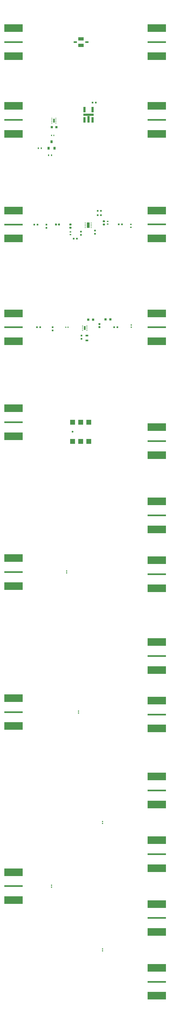
<source format=gtp>
G04 #@! TF.GenerationSoftware,KiCad,Pcbnew,(5.0.1)-4*
G04 #@! TF.CreationDate,2019-06-26T10:02:50-07:00*
G04 #@! TF.ProjectId,Mixed_circuit,4D697865645F636972637569742E6B69,rev?*
G04 #@! TF.SameCoordinates,Original*
G04 #@! TF.FileFunction,Paste,Top*
G04 #@! TF.FilePolarity,Positive*
%FSLAX46Y46*%
G04 Gerber Fmt 4.6, Leading zero omitted, Abs format (unit mm)*
G04 Created by KiCad (PCBNEW (5.0.1)-4) date 6/26/2019 10:02:50 AM*
%MOMM*%
%LPD*%
G01*
G04 APERTURE LIST*
%ADD10R,0.600000X1.200000*%
%ADD11R,0.350000X0.250000*%
%ADD12R,0.900000X1.700000*%
%ADD13R,0.450000X0.250000*%
%ADD14R,5.840000X2.415000*%
%ADD15R,5.840000X0.600000*%
%ADD16R,0.600000X0.500000*%
%ADD17R,0.500000X0.600000*%
%ADD18R,0.800000X0.750000*%
%ADD19C,0.200000*%
%ADD20C,0.318000*%
%ADD21C,0.590000*%
%ADD22R,0.400000X0.600000*%
%ADD23R,0.600000X0.400000*%
%ADD24R,0.900000X0.500000*%
%ADD25R,0.800000X0.900000*%
%ADD26R,0.790000X1.680000*%
%ADD27R,3.330000X0.690000*%
%ADD28R,0.690000X2.110000*%
%ADD29C,0.600000*%
%ADD30R,1.750000X0.990000*%
%ADD31R,0.990000X0.610000*%
%ADD32R,1.520000X1.650000*%
%ADD33R,0.300000X0.400000*%
G04 APERTURE END LIST*
D10*
G04 #@! TO.C,U3*
X32700000Y-56950000D03*
D11*
X33375000Y-56200000D03*
X33375000Y-56700000D03*
X33375000Y-57200000D03*
X33375000Y-57700000D03*
X32025000Y-57700000D03*
X32025000Y-57200000D03*
X32025000Y-56700000D03*
X32025000Y-56200000D03*
G04 #@! TD*
D12*
G04 #@! TO.C,U4*
X43500000Y-89750000D03*
D13*
X44425000Y-89000000D03*
X44425000Y-89500000D03*
X44425000Y-90000000D03*
X44425000Y-90500000D03*
X42575000Y-90500000D03*
X42575000Y-90000000D03*
X42575000Y-89500000D03*
X42575000Y-89000000D03*
G04 #@! TD*
D14*
G04 #@! TO.C,CON1*
X20000000Y-93882500D03*
X20000000Y-85117500D03*
D15*
X20000000Y-89500000D03*
G04 #@! TD*
D14*
G04 #@! TO.C,CON2*
X20000000Y-126132500D03*
X20000000Y-117367500D03*
D15*
X20000000Y-121750000D03*
G04 #@! TD*
D14*
G04 #@! TO.C,CON3*
X20000000Y-61082500D03*
X20000000Y-52317500D03*
D15*
X20000000Y-56700000D03*
G04 #@! TD*
D14*
G04 #@! TO.C,CON4*
X65000000Y-126132500D03*
X65000000Y-117367500D03*
D15*
X65000000Y-121750000D03*
G04 #@! TD*
D14*
G04 #@! TO.C,CON5*
X65000000Y-93862500D03*
X65000000Y-85097500D03*
D15*
X65000000Y-89480000D03*
G04 #@! TD*
D14*
G04 #@! TO.C,CON6*
X65000000Y-61082500D03*
X65000000Y-52317500D03*
D15*
X65000000Y-56700000D03*
G04 #@! TD*
D14*
G04 #@! TO.C,CON7*
X20000000Y-202882500D03*
X20000000Y-194117500D03*
D15*
X20000000Y-198500000D03*
G04 #@! TD*
D14*
G04 #@! TO.C,CON8*
X20000000Y-301382500D03*
X20000000Y-292617500D03*
D15*
X20000000Y-297000000D03*
G04 #@! TD*
D14*
G04 #@! TO.C,CON9*
X65000000Y-203582500D03*
X65000000Y-194817500D03*
D15*
X65000000Y-199200000D03*
G04 #@! TD*
D14*
G04 #@! TO.C,CON10*
X20000000Y-155882500D03*
X20000000Y-147117500D03*
D15*
X20000000Y-151500000D03*
G04 #@! TD*
D14*
G04 #@! TO.C,CON11*
X65000000Y-185122500D03*
X65000000Y-176357500D03*
D15*
X65000000Y-180740000D03*
G04 #@! TD*
D14*
G04 #@! TO.C,CON12*
X20000000Y-246802500D03*
X20000000Y-238037500D03*
D15*
X20000000Y-242420000D03*
G04 #@! TD*
D14*
G04 #@! TO.C,CON13*
X65000000Y-247552500D03*
X65000000Y-238787500D03*
D15*
X65000000Y-243170000D03*
G04 #@! TD*
D14*
G04 #@! TO.C,CON14*
X65000000Y-229232500D03*
X65000000Y-220467500D03*
D15*
X65000000Y-224850000D03*
G04 #@! TD*
D14*
G04 #@! TO.C,CON15*
X65000000Y-161832500D03*
X65000000Y-153067500D03*
D15*
X65000000Y-157450000D03*
G04 #@! TD*
D14*
G04 #@! TO.C,CON16*
X65000000Y-271382500D03*
X65000000Y-262617500D03*
D15*
X65000000Y-267000000D03*
G04 #@! TD*
D14*
G04 #@! TO.C,CON17*
X65000000Y-291382500D03*
X65000000Y-282617500D03*
D15*
X65000000Y-287000000D03*
G04 #@! TD*
D14*
G04 #@! TO.C,CON18*
X65000000Y-311382500D03*
X65000000Y-302617500D03*
D15*
X65000000Y-307000000D03*
G04 #@! TD*
D14*
G04 #@! TO.C,CON19*
X65000000Y-331382500D03*
X65000000Y-322617500D03*
D15*
X65000000Y-327000000D03*
G04 #@! TD*
D14*
G04 #@! TO.C,CON20*
X20000000Y-36672500D03*
X20000000Y-27907500D03*
D15*
X20000000Y-32290000D03*
G04 #@! TD*
D14*
G04 #@! TO.C,CON21*
X65000000Y-36672500D03*
X65000000Y-27907500D03*
D15*
X65000000Y-32290000D03*
G04 #@! TD*
D16*
G04 #@! TO.C,C1*
X26600000Y-89500000D03*
X27600000Y-89500000D03*
G04 #@! TD*
G04 #@! TO.C,C2*
X28400000Y-121750000D03*
X27400000Y-121750000D03*
G04 #@! TD*
D17*
G04 #@! TO.C,C3*
X30390000Y-90540000D03*
X30390000Y-89540000D03*
G04 #@! TD*
G04 #@! TO.C,C4*
X32300000Y-121750000D03*
X32300000Y-122750000D03*
G04 #@! TD*
G04 #@! TO.C,C5*
X41250000Y-92750000D03*
X41250000Y-91750000D03*
G04 #@! TD*
D16*
G04 #@! TO.C,C6*
X39950000Y-93960000D03*
X38950000Y-93960000D03*
G04 #@! TD*
D18*
G04 #@! TO.C,C7*
X32040000Y-58950000D03*
X33540000Y-58950000D03*
G04 #@! TD*
D16*
G04 #@! TO.C,C8*
X52650000Y-121750000D03*
X51650000Y-121750000D03*
G04 #@! TD*
D17*
G04 #@! TO.C,C9*
X45580000Y-91440000D03*
X45580000Y-92440000D03*
G04 #@! TD*
G04 #@! TO.C,C10*
X41370000Y-124330000D03*
X41370000Y-125330000D03*
G04 #@! TD*
D18*
G04 #@! TO.C,C11*
X50410000Y-119260000D03*
X48910000Y-119260000D03*
G04 #@! TD*
G04 #@! TO.C,C12*
X45010000Y-119340000D03*
X43510000Y-119340000D03*
G04 #@! TD*
D19*
G04 #@! TO.C,C13*
G36*
X57108292Y-121536383D02*
X57116010Y-121537528D01*
X57123578Y-121539423D01*
X57130923Y-121542052D01*
X57137976Y-121545387D01*
X57144668Y-121549398D01*
X57150934Y-121554046D01*
X57156715Y-121559285D01*
X57161954Y-121565066D01*
X57166602Y-121571332D01*
X57170613Y-121578024D01*
X57173948Y-121585077D01*
X57176577Y-121592422D01*
X57178472Y-121599990D01*
X57179617Y-121607708D01*
X57180000Y-121615500D01*
X57180000Y-121774500D01*
X57179617Y-121782292D01*
X57178472Y-121790010D01*
X57176577Y-121797578D01*
X57173948Y-121804923D01*
X57170613Y-121811976D01*
X57166602Y-121818668D01*
X57161954Y-121824934D01*
X57156715Y-121830715D01*
X57150934Y-121835954D01*
X57144668Y-121840602D01*
X57137976Y-121844613D01*
X57130923Y-121847948D01*
X57123578Y-121850577D01*
X57116010Y-121852472D01*
X57108292Y-121853617D01*
X57100500Y-121854000D01*
X56899500Y-121854000D01*
X56891708Y-121853617D01*
X56883990Y-121852472D01*
X56876422Y-121850577D01*
X56869077Y-121847948D01*
X56862024Y-121844613D01*
X56855332Y-121840602D01*
X56849066Y-121835954D01*
X56843285Y-121830715D01*
X56838046Y-121824934D01*
X56833398Y-121818668D01*
X56829387Y-121811976D01*
X56826052Y-121804923D01*
X56823423Y-121797578D01*
X56821528Y-121790010D01*
X56820383Y-121782292D01*
X56820000Y-121774500D01*
X56820000Y-121615500D01*
X56820383Y-121607708D01*
X56821528Y-121599990D01*
X56823423Y-121592422D01*
X56826052Y-121585077D01*
X56829387Y-121578024D01*
X56833398Y-121571332D01*
X56838046Y-121565066D01*
X56843285Y-121559285D01*
X56849066Y-121554046D01*
X56855332Y-121549398D01*
X56862024Y-121545387D01*
X56869077Y-121542052D01*
X56876422Y-121539423D01*
X56883990Y-121537528D01*
X56891708Y-121536383D01*
X56899500Y-121536000D01*
X57100500Y-121536000D01*
X57108292Y-121536383D01*
X57108292Y-121536383D01*
G37*
D20*
X57000000Y-121695000D03*
D19*
G36*
X57108292Y-120846383D02*
X57116010Y-120847528D01*
X57123578Y-120849423D01*
X57130923Y-120852052D01*
X57137976Y-120855387D01*
X57144668Y-120859398D01*
X57150934Y-120864046D01*
X57156715Y-120869285D01*
X57161954Y-120875066D01*
X57166602Y-120881332D01*
X57170613Y-120888024D01*
X57173948Y-120895077D01*
X57176577Y-120902422D01*
X57178472Y-120909990D01*
X57179617Y-120917708D01*
X57180000Y-120925500D01*
X57180000Y-121084500D01*
X57179617Y-121092292D01*
X57178472Y-121100010D01*
X57176577Y-121107578D01*
X57173948Y-121114923D01*
X57170613Y-121121976D01*
X57166602Y-121128668D01*
X57161954Y-121134934D01*
X57156715Y-121140715D01*
X57150934Y-121145954D01*
X57144668Y-121150602D01*
X57137976Y-121154613D01*
X57130923Y-121157948D01*
X57123578Y-121160577D01*
X57116010Y-121162472D01*
X57108292Y-121163617D01*
X57100500Y-121164000D01*
X56899500Y-121164000D01*
X56891708Y-121163617D01*
X56883990Y-121162472D01*
X56876422Y-121160577D01*
X56869077Y-121157948D01*
X56862024Y-121154613D01*
X56855332Y-121150602D01*
X56849066Y-121145954D01*
X56843285Y-121140715D01*
X56838046Y-121134934D01*
X56833398Y-121128668D01*
X56829387Y-121121976D01*
X56826052Y-121114923D01*
X56823423Y-121107578D01*
X56821528Y-121100010D01*
X56820383Y-121092292D01*
X56820000Y-121084500D01*
X56820000Y-120925500D01*
X56820383Y-120917708D01*
X56821528Y-120909990D01*
X56823423Y-120902422D01*
X56826052Y-120895077D01*
X56829387Y-120888024D01*
X56833398Y-120881332D01*
X56838046Y-120875066D01*
X56843285Y-120869285D01*
X56849066Y-120864046D01*
X56855332Y-120859398D01*
X56862024Y-120855387D01*
X56869077Y-120852052D01*
X56876422Y-120849423D01*
X56883990Y-120847528D01*
X56891708Y-120846383D01*
X56899500Y-120846000D01*
X57100500Y-120846000D01*
X57108292Y-120846383D01*
X57108292Y-120846383D01*
G37*
D20*
X57000000Y-121005000D03*
G04 #@! TD*
D16*
G04 #@! TO.C,C14*
X47450000Y-85200000D03*
X46450000Y-85200000D03*
G04 #@! TD*
G04 #@! TO.C,C15*
X47450000Y-86600000D03*
X46450000Y-86600000D03*
G04 #@! TD*
G04 #@! TO.C,C16*
X54100000Y-89480000D03*
X53100000Y-89480000D03*
G04 #@! TD*
G04 #@! TO.C,C17*
X45850000Y-51250000D03*
X44850000Y-51250000D03*
G04 #@! TD*
D19*
G04 #@! TO.C,L1*
G36*
X33526958Y-89180710D02*
X33541276Y-89182834D01*
X33555317Y-89186351D01*
X33568946Y-89191228D01*
X33582031Y-89197417D01*
X33594447Y-89204858D01*
X33606073Y-89213481D01*
X33616798Y-89223202D01*
X33626519Y-89233927D01*
X33635142Y-89245553D01*
X33642583Y-89257969D01*
X33648772Y-89271054D01*
X33653649Y-89284683D01*
X33657166Y-89298724D01*
X33659290Y-89313042D01*
X33660000Y-89327500D01*
X33660000Y-89672500D01*
X33659290Y-89686958D01*
X33657166Y-89701276D01*
X33653649Y-89715317D01*
X33648772Y-89728946D01*
X33642583Y-89742031D01*
X33635142Y-89754447D01*
X33626519Y-89766073D01*
X33616798Y-89776798D01*
X33606073Y-89786519D01*
X33594447Y-89795142D01*
X33582031Y-89802583D01*
X33568946Y-89808772D01*
X33555317Y-89813649D01*
X33541276Y-89817166D01*
X33526958Y-89819290D01*
X33512500Y-89820000D01*
X33217500Y-89820000D01*
X33203042Y-89819290D01*
X33188724Y-89817166D01*
X33174683Y-89813649D01*
X33161054Y-89808772D01*
X33147969Y-89802583D01*
X33135553Y-89795142D01*
X33123927Y-89786519D01*
X33113202Y-89776798D01*
X33103481Y-89766073D01*
X33094858Y-89754447D01*
X33087417Y-89742031D01*
X33081228Y-89728946D01*
X33076351Y-89715317D01*
X33072834Y-89701276D01*
X33070710Y-89686958D01*
X33070000Y-89672500D01*
X33070000Y-89327500D01*
X33070710Y-89313042D01*
X33072834Y-89298724D01*
X33076351Y-89284683D01*
X33081228Y-89271054D01*
X33087417Y-89257969D01*
X33094858Y-89245553D01*
X33103481Y-89233927D01*
X33113202Y-89223202D01*
X33123927Y-89213481D01*
X33135553Y-89204858D01*
X33147969Y-89197417D01*
X33161054Y-89191228D01*
X33174683Y-89186351D01*
X33188724Y-89182834D01*
X33203042Y-89180710D01*
X33217500Y-89180000D01*
X33512500Y-89180000D01*
X33526958Y-89180710D01*
X33526958Y-89180710D01*
G37*
D21*
X33365000Y-89500000D03*
D19*
G36*
X34496958Y-89180710D02*
X34511276Y-89182834D01*
X34525317Y-89186351D01*
X34538946Y-89191228D01*
X34552031Y-89197417D01*
X34564447Y-89204858D01*
X34576073Y-89213481D01*
X34586798Y-89223202D01*
X34596519Y-89233927D01*
X34605142Y-89245553D01*
X34612583Y-89257969D01*
X34618772Y-89271054D01*
X34623649Y-89284683D01*
X34627166Y-89298724D01*
X34629290Y-89313042D01*
X34630000Y-89327500D01*
X34630000Y-89672500D01*
X34629290Y-89686958D01*
X34627166Y-89701276D01*
X34623649Y-89715317D01*
X34618772Y-89728946D01*
X34612583Y-89742031D01*
X34605142Y-89754447D01*
X34596519Y-89766073D01*
X34586798Y-89776798D01*
X34576073Y-89786519D01*
X34564447Y-89795142D01*
X34552031Y-89802583D01*
X34538946Y-89808772D01*
X34525317Y-89813649D01*
X34511276Y-89817166D01*
X34496958Y-89819290D01*
X34482500Y-89820000D01*
X34187500Y-89820000D01*
X34173042Y-89819290D01*
X34158724Y-89817166D01*
X34144683Y-89813649D01*
X34131054Y-89808772D01*
X34117969Y-89802583D01*
X34105553Y-89795142D01*
X34093927Y-89786519D01*
X34083202Y-89776798D01*
X34073481Y-89766073D01*
X34064858Y-89754447D01*
X34057417Y-89742031D01*
X34051228Y-89728946D01*
X34046351Y-89715317D01*
X34042834Y-89701276D01*
X34040710Y-89686958D01*
X34040000Y-89672500D01*
X34040000Y-89327500D01*
X34040710Y-89313042D01*
X34042834Y-89298724D01*
X34046351Y-89284683D01*
X34051228Y-89271054D01*
X34057417Y-89257969D01*
X34064858Y-89245553D01*
X34073481Y-89233927D01*
X34083202Y-89223202D01*
X34093927Y-89213481D01*
X34105553Y-89204858D01*
X34117969Y-89197417D01*
X34131054Y-89191228D01*
X34144683Y-89186351D01*
X34158724Y-89182834D01*
X34173042Y-89180710D01*
X34187500Y-89180000D01*
X34482500Y-89180000D01*
X34496958Y-89180710D01*
X34496958Y-89180710D01*
G37*
D21*
X34335000Y-89500000D03*
G04 #@! TD*
D19*
G04 #@! TO.C,L2*
G36*
X36542292Y-121560383D02*
X36550010Y-121561528D01*
X36557578Y-121563423D01*
X36564923Y-121566052D01*
X36571976Y-121569387D01*
X36578668Y-121573398D01*
X36584934Y-121578046D01*
X36590715Y-121583285D01*
X36595954Y-121589066D01*
X36600602Y-121595332D01*
X36604613Y-121602024D01*
X36607948Y-121609077D01*
X36610577Y-121616422D01*
X36612472Y-121623990D01*
X36613617Y-121631708D01*
X36614000Y-121639500D01*
X36614000Y-121840500D01*
X36613617Y-121848292D01*
X36612472Y-121856010D01*
X36610577Y-121863578D01*
X36607948Y-121870923D01*
X36604613Y-121877976D01*
X36600602Y-121884668D01*
X36595954Y-121890934D01*
X36590715Y-121896715D01*
X36584934Y-121901954D01*
X36578668Y-121906602D01*
X36571976Y-121910613D01*
X36564923Y-121913948D01*
X36557578Y-121916577D01*
X36550010Y-121918472D01*
X36542292Y-121919617D01*
X36534500Y-121920000D01*
X36375500Y-121920000D01*
X36367708Y-121919617D01*
X36359990Y-121918472D01*
X36352422Y-121916577D01*
X36345077Y-121913948D01*
X36338024Y-121910613D01*
X36331332Y-121906602D01*
X36325066Y-121901954D01*
X36319285Y-121896715D01*
X36314046Y-121890934D01*
X36309398Y-121884668D01*
X36305387Y-121877976D01*
X36302052Y-121870923D01*
X36299423Y-121863578D01*
X36297528Y-121856010D01*
X36296383Y-121848292D01*
X36296000Y-121840500D01*
X36296000Y-121639500D01*
X36296383Y-121631708D01*
X36297528Y-121623990D01*
X36299423Y-121616422D01*
X36302052Y-121609077D01*
X36305387Y-121602024D01*
X36309398Y-121595332D01*
X36314046Y-121589066D01*
X36319285Y-121583285D01*
X36325066Y-121578046D01*
X36331332Y-121573398D01*
X36338024Y-121569387D01*
X36345077Y-121566052D01*
X36352422Y-121563423D01*
X36359990Y-121561528D01*
X36367708Y-121560383D01*
X36375500Y-121560000D01*
X36534500Y-121560000D01*
X36542292Y-121560383D01*
X36542292Y-121560383D01*
G37*
D20*
X36455000Y-121740000D03*
D19*
G36*
X37232292Y-121560383D02*
X37240010Y-121561528D01*
X37247578Y-121563423D01*
X37254923Y-121566052D01*
X37261976Y-121569387D01*
X37268668Y-121573398D01*
X37274934Y-121578046D01*
X37280715Y-121583285D01*
X37285954Y-121589066D01*
X37290602Y-121595332D01*
X37294613Y-121602024D01*
X37297948Y-121609077D01*
X37300577Y-121616422D01*
X37302472Y-121623990D01*
X37303617Y-121631708D01*
X37304000Y-121639500D01*
X37304000Y-121840500D01*
X37303617Y-121848292D01*
X37302472Y-121856010D01*
X37300577Y-121863578D01*
X37297948Y-121870923D01*
X37294613Y-121877976D01*
X37290602Y-121884668D01*
X37285954Y-121890934D01*
X37280715Y-121896715D01*
X37274934Y-121901954D01*
X37268668Y-121906602D01*
X37261976Y-121910613D01*
X37254923Y-121913948D01*
X37247578Y-121916577D01*
X37240010Y-121918472D01*
X37232292Y-121919617D01*
X37224500Y-121920000D01*
X37065500Y-121920000D01*
X37057708Y-121919617D01*
X37049990Y-121918472D01*
X37042422Y-121916577D01*
X37035077Y-121913948D01*
X37028024Y-121910613D01*
X37021332Y-121906602D01*
X37015066Y-121901954D01*
X37009285Y-121896715D01*
X37004046Y-121890934D01*
X36999398Y-121884668D01*
X36995387Y-121877976D01*
X36992052Y-121870923D01*
X36989423Y-121863578D01*
X36987528Y-121856010D01*
X36986383Y-121848292D01*
X36986000Y-121840500D01*
X36986000Y-121639500D01*
X36986383Y-121631708D01*
X36987528Y-121623990D01*
X36989423Y-121616422D01*
X36992052Y-121609077D01*
X36995387Y-121602024D01*
X36999398Y-121595332D01*
X37004046Y-121589066D01*
X37009285Y-121583285D01*
X37015066Y-121578046D01*
X37021332Y-121573398D01*
X37028024Y-121569387D01*
X37035077Y-121566052D01*
X37042422Y-121563423D01*
X37049990Y-121561528D01*
X37057708Y-121560383D01*
X37065500Y-121560000D01*
X37224500Y-121560000D01*
X37232292Y-121560383D01*
X37232292Y-121560383D01*
G37*
D20*
X37145000Y-121740000D03*
G04 #@! TD*
D19*
G04 #@! TO.C,L3*
G36*
X38086958Y-89220710D02*
X38101276Y-89222834D01*
X38115317Y-89226351D01*
X38128946Y-89231228D01*
X38142031Y-89237417D01*
X38154447Y-89244858D01*
X38166073Y-89253481D01*
X38176798Y-89263202D01*
X38186519Y-89273927D01*
X38195142Y-89285553D01*
X38202583Y-89297969D01*
X38208772Y-89311054D01*
X38213649Y-89324683D01*
X38217166Y-89338724D01*
X38219290Y-89353042D01*
X38220000Y-89367500D01*
X38220000Y-89662500D01*
X38219290Y-89676958D01*
X38217166Y-89691276D01*
X38213649Y-89705317D01*
X38208772Y-89718946D01*
X38202583Y-89732031D01*
X38195142Y-89744447D01*
X38186519Y-89756073D01*
X38176798Y-89766798D01*
X38166073Y-89776519D01*
X38154447Y-89785142D01*
X38142031Y-89792583D01*
X38128946Y-89798772D01*
X38115317Y-89803649D01*
X38101276Y-89807166D01*
X38086958Y-89809290D01*
X38072500Y-89810000D01*
X37727500Y-89810000D01*
X37713042Y-89809290D01*
X37698724Y-89807166D01*
X37684683Y-89803649D01*
X37671054Y-89798772D01*
X37657969Y-89792583D01*
X37645553Y-89785142D01*
X37633927Y-89776519D01*
X37623202Y-89766798D01*
X37613481Y-89756073D01*
X37604858Y-89744447D01*
X37597417Y-89732031D01*
X37591228Y-89718946D01*
X37586351Y-89705317D01*
X37582834Y-89691276D01*
X37580710Y-89676958D01*
X37580000Y-89662500D01*
X37580000Y-89367500D01*
X37580710Y-89353042D01*
X37582834Y-89338724D01*
X37586351Y-89324683D01*
X37591228Y-89311054D01*
X37597417Y-89297969D01*
X37604858Y-89285553D01*
X37613481Y-89273927D01*
X37623202Y-89263202D01*
X37633927Y-89253481D01*
X37645553Y-89244858D01*
X37657969Y-89237417D01*
X37671054Y-89231228D01*
X37684683Y-89226351D01*
X37698724Y-89222834D01*
X37713042Y-89220710D01*
X37727500Y-89220000D01*
X38072500Y-89220000D01*
X38086958Y-89220710D01*
X38086958Y-89220710D01*
G37*
D21*
X37900000Y-89515000D03*
D19*
G36*
X38086958Y-90190710D02*
X38101276Y-90192834D01*
X38115317Y-90196351D01*
X38128946Y-90201228D01*
X38142031Y-90207417D01*
X38154447Y-90214858D01*
X38166073Y-90223481D01*
X38176798Y-90233202D01*
X38186519Y-90243927D01*
X38195142Y-90255553D01*
X38202583Y-90267969D01*
X38208772Y-90281054D01*
X38213649Y-90294683D01*
X38217166Y-90308724D01*
X38219290Y-90323042D01*
X38220000Y-90337500D01*
X38220000Y-90632500D01*
X38219290Y-90646958D01*
X38217166Y-90661276D01*
X38213649Y-90675317D01*
X38208772Y-90688946D01*
X38202583Y-90702031D01*
X38195142Y-90714447D01*
X38186519Y-90726073D01*
X38176798Y-90736798D01*
X38166073Y-90746519D01*
X38154447Y-90755142D01*
X38142031Y-90762583D01*
X38128946Y-90768772D01*
X38115317Y-90773649D01*
X38101276Y-90777166D01*
X38086958Y-90779290D01*
X38072500Y-90780000D01*
X37727500Y-90780000D01*
X37713042Y-90779290D01*
X37698724Y-90777166D01*
X37684683Y-90773649D01*
X37671054Y-90768772D01*
X37657969Y-90762583D01*
X37645553Y-90755142D01*
X37633927Y-90746519D01*
X37623202Y-90736798D01*
X37613481Y-90726073D01*
X37604858Y-90714447D01*
X37597417Y-90702031D01*
X37591228Y-90688946D01*
X37586351Y-90675317D01*
X37582834Y-90661276D01*
X37580710Y-90646958D01*
X37580000Y-90632500D01*
X37580000Y-90337500D01*
X37580710Y-90323042D01*
X37582834Y-90308724D01*
X37586351Y-90294683D01*
X37591228Y-90281054D01*
X37597417Y-90267969D01*
X37604858Y-90255553D01*
X37613481Y-90243927D01*
X37623202Y-90233202D01*
X37633927Y-90223481D01*
X37645553Y-90214858D01*
X37657969Y-90207417D01*
X37671054Y-90201228D01*
X37684683Y-90196351D01*
X37698724Y-90192834D01*
X37713042Y-90190710D01*
X37727500Y-90190000D01*
X38072500Y-90190000D01*
X38086958Y-90190710D01*
X38086958Y-90190710D01*
G37*
D21*
X37900000Y-90485000D03*
G04 #@! TD*
D19*
G04 #@! TO.C,L4*
G36*
X47186958Y-120420710D02*
X47201276Y-120422834D01*
X47215317Y-120426351D01*
X47228946Y-120431228D01*
X47242031Y-120437417D01*
X47254447Y-120444858D01*
X47266073Y-120453481D01*
X47276798Y-120463202D01*
X47286519Y-120473927D01*
X47295142Y-120485553D01*
X47302583Y-120497969D01*
X47308772Y-120511054D01*
X47313649Y-120524683D01*
X47317166Y-120538724D01*
X47319290Y-120553042D01*
X47320000Y-120567500D01*
X47320000Y-120862500D01*
X47319290Y-120876958D01*
X47317166Y-120891276D01*
X47313649Y-120905317D01*
X47308772Y-120918946D01*
X47302583Y-120932031D01*
X47295142Y-120944447D01*
X47286519Y-120956073D01*
X47276798Y-120966798D01*
X47266073Y-120976519D01*
X47254447Y-120985142D01*
X47242031Y-120992583D01*
X47228946Y-120998772D01*
X47215317Y-121003649D01*
X47201276Y-121007166D01*
X47186958Y-121009290D01*
X47172500Y-121010000D01*
X46827500Y-121010000D01*
X46813042Y-121009290D01*
X46798724Y-121007166D01*
X46784683Y-121003649D01*
X46771054Y-120998772D01*
X46757969Y-120992583D01*
X46745553Y-120985142D01*
X46733927Y-120976519D01*
X46723202Y-120966798D01*
X46713481Y-120956073D01*
X46704858Y-120944447D01*
X46697417Y-120932031D01*
X46691228Y-120918946D01*
X46686351Y-120905317D01*
X46682834Y-120891276D01*
X46680710Y-120876958D01*
X46680000Y-120862500D01*
X46680000Y-120567500D01*
X46680710Y-120553042D01*
X46682834Y-120538724D01*
X46686351Y-120524683D01*
X46691228Y-120511054D01*
X46697417Y-120497969D01*
X46704858Y-120485553D01*
X46713481Y-120473927D01*
X46723202Y-120463202D01*
X46733927Y-120453481D01*
X46745553Y-120444858D01*
X46757969Y-120437417D01*
X46771054Y-120431228D01*
X46784683Y-120426351D01*
X46798724Y-120422834D01*
X46813042Y-120420710D01*
X46827500Y-120420000D01*
X47172500Y-120420000D01*
X47186958Y-120420710D01*
X47186958Y-120420710D01*
G37*
D21*
X47000000Y-120715000D03*
D19*
G36*
X47186958Y-121390710D02*
X47201276Y-121392834D01*
X47215317Y-121396351D01*
X47228946Y-121401228D01*
X47242031Y-121407417D01*
X47254447Y-121414858D01*
X47266073Y-121423481D01*
X47276798Y-121433202D01*
X47286519Y-121443927D01*
X47295142Y-121455553D01*
X47302583Y-121467969D01*
X47308772Y-121481054D01*
X47313649Y-121494683D01*
X47317166Y-121508724D01*
X47319290Y-121523042D01*
X47320000Y-121537500D01*
X47320000Y-121832500D01*
X47319290Y-121846958D01*
X47317166Y-121861276D01*
X47313649Y-121875317D01*
X47308772Y-121888946D01*
X47302583Y-121902031D01*
X47295142Y-121914447D01*
X47286519Y-121926073D01*
X47276798Y-121936798D01*
X47266073Y-121946519D01*
X47254447Y-121955142D01*
X47242031Y-121962583D01*
X47228946Y-121968772D01*
X47215317Y-121973649D01*
X47201276Y-121977166D01*
X47186958Y-121979290D01*
X47172500Y-121980000D01*
X46827500Y-121980000D01*
X46813042Y-121979290D01*
X46798724Y-121977166D01*
X46784683Y-121973649D01*
X46771054Y-121968772D01*
X46757969Y-121962583D01*
X46745553Y-121955142D01*
X46733927Y-121946519D01*
X46723202Y-121936798D01*
X46713481Y-121926073D01*
X46704858Y-121914447D01*
X46697417Y-121902031D01*
X46691228Y-121888946D01*
X46686351Y-121875317D01*
X46682834Y-121861276D01*
X46680710Y-121846958D01*
X46680000Y-121832500D01*
X46680000Y-121537500D01*
X46680710Y-121523042D01*
X46682834Y-121508724D01*
X46686351Y-121494683D01*
X46691228Y-121481054D01*
X46697417Y-121467969D01*
X46704858Y-121455553D01*
X46713481Y-121443927D01*
X46723202Y-121433202D01*
X46733927Y-121423481D01*
X46745553Y-121414858D01*
X46757969Y-121407417D01*
X46771054Y-121401228D01*
X46784683Y-121396351D01*
X46798724Y-121392834D01*
X46813042Y-121390710D01*
X46827500Y-121390000D01*
X47172500Y-121390000D01*
X47186958Y-121390710D01*
X47186958Y-121390710D01*
G37*
D21*
X47000000Y-121685000D03*
G04 #@! TD*
D19*
G04 #@! TO.C,L5*
G36*
X48586958Y-89190710D02*
X48601276Y-89192834D01*
X48615317Y-89196351D01*
X48628946Y-89201228D01*
X48642031Y-89207417D01*
X48654447Y-89214858D01*
X48666073Y-89223481D01*
X48676798Y-89233202D01*
X48686519Y-89243927D01*
X48695142Y-89255553D01*
X48702583Y-89267969D01*
X48708772Y-89281054D01*
X48713649Y-89294683D01*
X48717166Y-89308724D01*
X48719290Y-89323042D01*
X48720000Y-89337500D01*
X48720000Y-89632500D01*
X48719290Y-89646958D01*
X48717166Y-89661276D01*
X48713649Y-89675317D01*
X48708772Y-89688946D01*
X48702583Y-89702031D01*
X48695142Y-89714447D01*
X48686519Y-89726073D01*
X48676798Y-89736798D01*
X48666073Y-89746519D01*
X48654447Y-89755142D01*
X48642031Y-89762583D01*
X48628946Y-89768772D01*
X48615317Y-89773649D01*
X48601276Y-89777166D01*
X48586958Y-89779290D01*
X48572500Y-89780000D01*
X48227500Y-89780000D01*
X48213042Y-89779290D01*
X48198724Y-89777166D01*
X48184683Y-89773649D01*
X48171054Y-89768772D01*
X48157969Y-89762583D01*
X48145553Y-89755142D01*
X48133927Y-89746519D01*
X48123202Y-89736798D01*
X48113481Y-89726073D01*
X48104858Y-89714447D01*
X48097417Y-89702031D01*
X48091228Y-89688946D01*
X48086351Y-89675317D01*
X48082834Y-89661276D01*
X48080710Y-89646958D01*
X48080000Y-89632500D01*
X48080000Y-89337500D01*
X48080710Y-89323042D01*
X48082834Y-89308724D01*
X48086351Y-89294683D01*
X48091228Y-89281054D01*
X48097417Y-89267969D01*
X48104858Y-89255553D01*
X48113481Y-89243927D01*
X48123202Y-89233202D01*
X48133927Y-89223481D01*
X48145553Y-89214858D01*
X48157969Y-89207417D01*
X48171054Y-89201228D01*
X48184683Y-89196351D01*
X48198724Y-89192834D01*
X48213042Y-89190710D01*
X48227500Y-89190000D01*
X48572500Y-89190000D01*
X48586958Y-89190710D01*
X48586958Y-89190710D01*
G37*
D21*
X48400000Y-89485000D03*
D19*
G36*
X48586958Y-88220710D02*
X48601276Y-88222834D01*
X48615317Y-88226351D01*
X48628946Y-88231228D01*
X48642031Y-88237417D01*
X48654447Y-88244858D01*
X48666073Y-88253481D01*
X48676798Y-88263202D01*
X48686519Y-88273927D01*
X48695142Y-88285553D01*
X48702583Y-88297969D01*
X48708772Y-88311054D01*
X48713649Y-88324683D01*
X48717166Y-88338724D01*
X48719290Y-88353042D01*
X48720000Y-88367500D01*
X48720000Y-88662500D01*
X48719290Y-88676958D01*
X48717166Y-88691276D01*
X48713649Y-88705317D01*
X48708772Y-88718946D01*
X48702583Y-88732031D01*
X48695142Y-88744447D01*
X48686519Y-88756073D01*
X48676798Y-88766798D01*
X48666073Y-88776519D01*
X48654447Y-88785142D01*
X48642031Y-88792583D01*
X48628946Y-88798772D01*
X48615317Y-88803649D01*
X48601276Y-88807166D01*
X48586958Y-88809290D01*
X48572500Y-88810000D01*
X48227500Y-88810000D01*
X48213042Y-88809290D01*
X48198724Y-88807166D01*
X48184683Y-88803649D01*
X48171054Y-88798772D01*
X48157969Y-88792583D01*
X48145553Y-88785142D01*
X48133927Y-88776519D01*
X48123202Y-88766798D01*
X48113481Y-88756073D01*
X48104858Y-88744447D01*
X48097417Y-88732031D01*
X48091228Y-88718946D01*
X48086351Y-88705317D01*
X48082834Y-88691276D01*
X48080710Y-88676958D01*
X48080000Y-88662500D01*
X48080000Y-88367500D01*
X48080710Y-88353042D01*
X48082834Y-88338724D01*
X48086351Y-88324683D01*
X48091228Y-88311054D01*
X48097417Y-88297969D01*
X48104858Y-88285553D01*
X48113481Y-88273927D01*
X48123202Y-88263202D01*
X48133927Y-88253481D01*
X48145553Y-88244858D01*
X48157969Y-88237417D01*
X48171054Y-88231228D01*
X48184683Y-88226351D01*
X48198724Y-88222834D01*
X48213042Y-88220710D01*
X48227500Y-88220000D01*
X48572500Y-88220000D01*
X48586958Y-88220710D01*
X48586958Y-88220710D01*
G37*
D21*
X48400000Y-88515000D03*
G04 #@! TD*
D22*
G04 #@! TO.C,R1*
X27850000Y-65550000D03*
X28750000Y-65550000D03*
G04 #@! TD*
D19*
G04 #@! TO.C,R2*
G36*
X32092292Y-61370383D02*
X32100010Y-61371528D01*
X32107578Y-61373423D01*
X32114923Y-61376052D01*
X32121976Y-61379387D01*
X32128668Y-61383398D01*
X32134934Y-61388046D01*
X32140715Y-61393285D01*
X32145954Y-61399066D01*
X32150602Y-61405332D01*
X32154613Y-61412024D01*
X32157948Y-61419077D01*
X32160577Y-61426422D01*
X32162472Y-61433990D01*
X32163617Y-61441708D01*
X32164000Y-61449500D01*
X32164000Y-61650500D01*
X32163617Y-61658292D01*
X32162472Y-61666010D01*
X32160577Y-61673578D01*
X32157948Y-61680923D01*
X32154613Y-61687976D01*
X32150602Y-61694668D01*
X32145954Y-61700934D01*
X32140715Y-61706715D01*
X32134934Y-61711954D01*
X32128668Y-61716602D01*
X32121976Y-61720613D01*
X32114923Y-61723948D01*
X32107578Y-61726577D01*
X32100010Y-61728472D01*
X32092292Y-61729617D01*
X32084500Y-61730000D01*
X31925500Y-61730000D01*
X31917708Y-61729617D01*
X31909990Y-61728472D01*
X31902422Y-61726577D01*
X31895077Y-61723948D01*
X31888024Y-61720613D01*
X31881332Y-61716602D01*
X31875066Y-61711954D01*
X31869285Y-61706715D01*
X31864046Y-61700934D01*
X31859398Y-61694668D01*
X31855387Y-61687976D01*
X31852052Y-61680923D01*
X31849423Y-61673578D01*
X31847528Y-61666010D01*
X31846383Y-61658292D01*
X31846000Y-61650500D01*
X31846000Y-61449500D01*
X31846383Y-61441708D01*
X31847528Y-61433990D01*
X31849423Y-61426422D01*
X31852052Y-61419077D01*
X31855387Y-61412024D01*
X31859398Y-61405332D01*
X31864046Y-61399066D01*
X31869285Y-61393285D01*
X31875066Y-61388046D01*
X31881332Y-61383398D01*
X31888024Y-61379387D01*
X31895077Y-61376052D01*
X31902422Y-61373423D01*
X31909990Y-61371528D01*
X31917708Y-61370383D01*
X31925500Y-61370000D01*
X32084500Y-61370000D01*
X32092292Y-61370383D01*
X32092292Y-61370383D01*
G37*
D20*
X32005000Y-61550000D03*
D19*
G36*
X32782292Y-61370383D02*
X32790010Y-61371528D01*
X32797578Y-61373423D01*
X32804923Y-61376052D01*
X32811976Y-61379387D01*
X32818668Y-61383398D01*
X32824934Y-61388046D01*
X32830715Y-61393285D01*
X32835954Y-61399066D01*
X32840602Y-61405332D01*
X32844613Y-61412024D01*
X32847948Y-61419077D01*
X32850577Y-61426422D01*
X32852472Y-61433990D01*
X32853617Y-61441708D01*
X32854000Y-61449500D01*
X32854000Y-61650500D01*
X32853617Y-61658292D01*
X32852472Y-61666010D01*
X32850577Y-61673578D01*
X32847948Y-61680923D01*
X32844613Y-61687976D01*
X32840602Y-61694668D01*
X32835954Y-61700934D01*
X32830715Y-61706715D01*
X32824934Y-61711954D01*
X32818668Y-61716602D01*
X32811976Y-61720613D01*
X32804923Y-61723948D01*
X32797578Y-61726577D01*
X32790010Y-61728472D01*
X32782292Y-61729617D01*
X32774500Y-61730000D01*
X32615500Y-61730000D01*
X32607708Y-61729617D01*
X32599990Y-61728472D01*
X32592422Y-61726577D01*
X32585077Y-61723948D01*
X32578024Y-61720613D01*
X32571332Y-61716602D01*
X32565066Y-61711954D01*
X32559285Y-61706715D01*
X32554046Y-61700934D01*
X32549398Y-61694668D01*
X32545387Y-61687976D01*
X32542052Y-61680923D01*
X32539423Y-61673578D01*
X32537528Y-61666010D01*
X32536383Y-61658292D01*
X32536000Y-61650500D01*
X32536000Y-61449500D01*
X32536383Y-61441708D01*
X32537528Y-61433990D01*
X32539423Y-61426422D01*
X32542052Y-61419077D01*
X32545387Y-61412024D01*
X32549398Y-61405332D01*
X32554046Y-61399066D01*
X32559285Y-61393285D01*
X32565066Y-61388046D01*
X32571332Y-61383398D01*
X32578024Y-61379387D01*
X32585077Y-61376052D01*
X32592422Y-61373423D01*
X32599990Y-61371528D01*
X32607708Y-61370383D01*
X32615500Y-61370000D01*
X32774500Y-61370000D01*
X32782292Y-61370383D01*
X32782292Y-61370383D01*
G37*
D20*
X32695000Y-61550000D03*
G04 #@! TD*
D23*
G04 #@! TO.C,R3*
X37920000Y-91790000D03*
X37920000Y-92690000D03*
G04 #@! TD*
D24*
G04 #@! TO.C,R4*
X43100000Y-124350000D03*
X43100000Y-125850000D03*
G04 #@! TD*
D23*
G04 #@! TO.C,R5*
X49570000Y-88510000D03*
X49570000Y-89410000D03*
G04 #@! TD*
G04 #@! TO.C,R6*
X56900000Y-90380000D03*
X56900000Y-89480000D03*
G04 #@! TD*
D22*
G04 #@! TO.C,R12*
X31050000Y-67750000D03*
X31950000Y-67750000D03*
G04 #@! TD*
D25*
G04 #@! TO.C,U1*
X32000000Y-63550000D03*
X31050000Y-65550000D03*
X32950000Y-65550000D03*
G04 #@! TD*
D11*
G04 #@! TO.C,U2*
X41725000Y-121250000D03*
X41725000Y-121750000D03*
X41725000Y-122250000D03*
X41725000Y-122750000D03*
X43075000Y-122750000D03*
X43075000Y-122250000D03*
X43075000Y-121750000D03*
X43075000Y-121250000D03*
D10*
X42400000Y-122000000D03*
G04 #@! TD*
D26*
G04 #@! TO.C,U5*
X42330000Y-56710000D03*
X44870000Y-56710000D03*
X44870000Y-53490000D03*
X42330000Y-53490000D03*
D27*
X43600000Y-55100000D03*
D28*
X43600000Y-56500000D03*
D29*
X42250000Y-55100000D03*
X43600000Y-55100000D03*
X44950000Y-55100000D03*
X43600000Y-56200000D03*
X43600000Y-57200000D03*
G04 #@! TD*
D30*
G04 #@! TO.C,U6*
X41250000Y-31275000D03*
D31*
X43065000Y-32290000D03*
D30*
X41250000Y-33305000D03*
D31*
X39435000Y-32290000D03*
G04 #@! TD*
D29*
G04 #@! TO.C,U7*
X38550000Y-154510000D03*
D32*
X38550000Y-157495000D03*
X41090000Y-157495000D03*
X43630000Y-157495000D03*
X43630000Y-151525000D03*
X41090000Y-151525000D03*
X38550000Y-151525000D03*
G04 #@! TD*
D33*
G04 #@! TO.C,R7*
X36760000Y-198800000D03*
X36760000Y-198200000D03*
G04 #@! TD*
G04 #@! TO.C,R8*
X32000000Y-296700000D03*
X32000000Y-297300000D03*
G04 #@! TD*
G04 #@! TO.C,R9*
X48000000Y-277300000D03*
X48000000Y-276700000D03*
G04 #@! TD*
G04 #@! TO.C,R10*
X48000000Y-316700000D03*
X48000000Y-317300000D03*
G04 #@! TD*
G04 #@! TO.C,R11*
X40430000Y-242120000D03*
X40430000Y-242720000D03*
G04 #@! TD*
M02*

</source>
